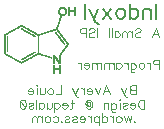
<source format=gbr>
G04 DipTrace 2.3.0.3*
%INBottomSilk.gbr*%
%MOIN*%
%ADD12C,0.001*%
%ADD43C,0.0077*%
%ADD44C,0.0046*%
%FSLAX44Y44*%
G04*
G70*
G90*
G75*
G01*
%LNBotSilk*%
%LPD*%
X6440Y11183D2*
D12*
X6470D1*
X6416Y11173D2*
X6498D1*
X6650D2*
X6680D1*
X6840D2*
X6870D1*
X6395Y11163D2*
X6520D1*
X6650D2*
X6680D1*
X6840D2*
X6870D1*
X6378Y11153D2*
X6537D1*
X6650D2*
X6680D1*
X6840D2*
X6870D1*
X6365Y11143D2*
X6412D1*
X6510D2*
X6550D1*
X6650D2*
X6680D1*
X6840D2*
X6870D1*
X6356Y11133D2*
X6397D1*
X6520D2*
X6559D1*
X6650D2*
X6680D1*
X6840D2*
X6870D1*
X6349Y11123D2*
X6384D1*
X6530D2*
X6566D1*
X6650D2*
X6680D1*
X6840D2*
X6870D1*
X6343Y11113D2*
X6376D1*
X6538D2*
X6572D1*
X6650D2*
X6680D1*
X6840D2*
X6870D1*
X6338Y11103D2*
X6369D1*
X6546D2*
X6577D1*
X6650D2*
X6680D1*
X6840D2*
X6870D1*
X6334Y11093D2*
X6365D1*
X6551D2*
X6582D1*
X6650D2*
X6680D1*
X6840D2*
X6870D1*
X6332Y11083D2*
X6362D1*
X6555D2*
X6586D1*
X6650D2*
X6680D1*
X6840D2*
X6870D1*
X6331Y11073D2*
X6360D1*
X6558D2*
X6588D1*
X6650D2*
X6680D1*
X6840D2*
X6870D1*
X6330Y11063D2*
X6359D1*
X6559D2*
X6589D1*
X6650D2*
X6870D1*
X6330Y11053D2*
X6356D1*
X6560D2*
X6590D1*
X6650D2*
X6870D1*
X6330Y11043D2*
X6354D1*
X6560D2*
X6590D1*
X6650D2*
X6870D1*
X6330Y11033D2*
X6353D1*
X6560D2*
X6590D1*
X6650D2*
X6870D1*
X6330Y11023D2*
X6355D1*
X6560D2*
X6590D1*
X6650D2*
X6680D1*
X6840D2*
X6870D1*
X6330Y11013D2*
X6357D1*
X6558D2*
X6588D1*
X6650D2*
X6680D1*
X6840D2*
X6870D1*
X6332Y11003D2*
X6360D1*
X6556D2*
X6586D1*
X6650D2*
X6680D1*
X6840D2*
X6870D1*
X6334Y10993D2*
X6364D1*
X6553D2*
X6583D1*
X6650D2*
X6680D1*
X6840D2*
X6870D1*
X6338Y10983D2*
X6368D1*
X6549D2*
X6580D1*
X6650D2*
X6680D1*
X6840D2*
X6870D1*
X6343Y10973D2*
X6375D1*
X6544D2*
X6576D1*
X6650D2*
X6680D1*
X6840D2*
X6870D1*
X6348Y10963D2*
X6383D1*
X6535D2*
X6572D1*
X6650D2*
X6680D1*
X6840D2*
X6870D1*
X6354Y10953D2*
X6394D1*
X6521D2*
X6566D1*
X6650D2*
X6680D1*
X6840D2*
X6870D1*
X6362Y10943D2*
X6422D1*
X6497D2*
X6558D1*
X6650D2*
X6680D1*
X6840D2*
X6870D1*
X6373Y10933D2*
X6462D1*
X6547D1*
X6650D2*
X6680D1*
X6840D2*
X6870D1*
X6386Y10923D2*
X6534D1*
X6650D2*
X6680D1*
X6840D2*
X6870D1*
X6403Y10913D2*
X6517D1*
X6650D2*
X6680D1*
X6840D2*
X6870D1*
X6420Y10903D2*
X6500D1*
X6650D2*
X6680D1*
X6840D2*
X6870D1*
X6390Y10863D2*
X6410D1*
X6387Y10853D2*
X6405D1*
X6383Y10843D2*
X6401D1*
X6380Y10833D2*
X6397D1*
X6376Y10823D2*
X6393D1*
X6372Y10813D2*
X6390D1*
X6368Y10803D2*
X6387D1*
X6364Y10793D2*
X6383D1*
X6360Y10783D2*
X6380D1*
X6357Y10773D2*
X6377D1*
X6354Y10763D2*
X6373D1*
X6351Y10753D2*
X6370D1*
X6349Y10743D2*
X6367D1*
X6346Y10733D2*
X6363D1*
X6343Y10723D2*
X6360D1*
X6340Y10713D2*
X6357D1*
X6337Y10703D2*
X6353D1*
X6333Y10693D2*
X6350D1*
X6330Y10683D2*
X6347D1*
X6326Y10673D2*
X6343D1*
X6322Y10663D2*
X6340D1*
X6318Y10653D2*
X6337D1*
X6314Y10643D2*
X6333D1*
X6312Y10633D2*
X6330D1*
X6309Y10623D2*
X6327D1*
X6306Y10613D2*
X6323D1*
X6303Y10603D2*
X6320D1*
X6300Y10593D2*
X6317D1*
X5090Y10583D2*
D3*
X6297D2*
X6313D1*
X5071Y10573D2*
X5100D1*
X6293D2*
X6310D1*
X5053Y10563D2*
X5121D1*
X6290D2*
X6307D1*
X5034Y10553D2*
X5080D1*
X5100D2*
X5141D1*
X6287D2*
X6304D1*
X5016Y10543D2*
X5060D1*
X5118D2*
X5159D1*
X6283D2*
X6301D1*
X4998Y10533D2*
X5040D1*
X5136D2*
X5176D1*
X6280D2*
X6299D1*
X4979Y10523D2*
X5022D1*
X5153D2*
X5194D1*
X6276D2*
X6296D1*
X4960Y10513D2*
X5004D1*
X5171D2*
X5212D1*
X6272D2*
X6292D1*
X4941Y10503D2*
X4987D1*
X5189D2*
X5230D1*
X6268D2*
X6288D1*
X4924Y10493D2*
X4970D1*
X5206D2*
X5249D1*
X6264D2*
X6284D1*
X4907Y10483D2*
X4952D1*
X5223D2*
X5266D1*
X6261D2*
X6280D1*
X4888Y10473D2*
X4934D1*
X5242D2*
X5283D1*
X6256D2*
X6277D1*
X4870Y10463D2*
X4916D1*
X5090D2*
X5110D1*
X5260D2*
X5302D1*
X6241D2*
X6275D1*
X4851Y10453D2*
X4898D1*
X5080D2*
X5128D1*
X5279D2*
X5320D1*
X6218D2*
X6277D1*
X4834Y10443D2*
X4880D1*
X5100D2*
X5146D1*
X5296D2*
X5339D1*
X6190D2*
X6283D1*
X4817Y10433D2*
X4862D1*
X5120D2*
X5163D1*
X5313D2*
X5356D1*
X6160D2*
X6238D1*
X6260D2*
X6290D1*
X4798Y10423D2*
X4844D1*
X5138D2*
X5180D1*
X5332D2*
X5373D1*
X6130D2*
X6206D1*
X6270D2*
X6296D1*
X4780Y10413D2*
X4826D1*
X5156D2*
X5198D1*
X5350D2*
X5392D1*
X6098D2*
X6173D1*
X6280D2*
X6304D1*
X4761Y10403D2*
X4808D1*
X5173D2*
X5216D1*
X5369D2*
X5410D1*
X6066D2*
X6142D1*
X6288D2*
X6311D1*
X4744Y10393D2*
X4789D1*
X5190D2*
X5234D1*
X5386D2*
X5429D1*
X6033D2*
X6110D1*
X6296D2*
X6319D1*
X4727Y10383D2*
X4771D1*
X5208D2*
X5252D1*
X5403D2*
X5446D1*
X6002D2*
X6079D1*
X6303D2*
X6326D1*
X4708Y10373D2*
X4754D1*
X5226D2*
X5270D1*
X5422D2*
X5463D1*
X5970D2*
X6046D1*
X6310D2*
X6333D1*
X4690Y10363D2*
X4737D1*
X5244D2*
X5288D1*
X5440D2*
X5482D1*
X5939D2*
X6013D1*
X6317D2*
X6341D1*
X4671Y10353D2*
X4719D1*
X5262D2*
X5306D1*
X5459D2*
X5500D1*
X5906D2*
X5982D1*
X6324D2*
X6349D1*
X4654Y10343D2*
X4701D1*
X5280D2*
X5324D1*
X5476D2*
X5519D1*
X5875D2*
X5950D1*
X6230D2*
X6240D1*
X6331D2*
X6356D1*
X4637Y10333D2*
X4684D1*
X5298D2*
X5342D1*
X5493D2*
X5536D1*
X5844D2*
X5919D1*
X6220D2*
X6245D1*
X6339D2*
X6363D1*
X4618Y10323D2*
X4667D1*
X5316D2*
X5361D1*
X5512D2*
X5553D1*
X5813D2*
X5886D1*
X6227D2*
X6251D1*
X6346D2*
X6371D1*
X4600Y10313D2*
X4648D1*
X5334D2*
X5380D1*
X5530D2*
X5572D1*
X5780D2*
X5853D1*
X6234D2*
X6257D1*
X6353D2*
X6379D1*
X4581Y10303D2*
X4629D1*
X5352D2*
X5399D1*
X5549D2*
X5592D1*
X5746D2*
X5822D1*
X6241D2*
X6264D1*
X6361D2*
X6386D1*
X4564Y10293D2*
X4610D1*
X5370D2*
X5416D1*
X5566D2*
X5618D1*
X5708D2*
X5790D1*
X6249D2*
X6272D1*
X6369D2*
X6393D1*
X4549Y10283D2*
X4592D1*
X5388D2*
X5433D1*
X5583D2*
X5652D1*
X5665D2*
X5759D1*
X6256D2*
X6280D1*
X6376D2*
X6401D1*
X4537Y10273D2*
X4575D1*
X5406D2*
X5452D1*
X5601D2*
X5727D1*
X6263D2*
X6289D1*
X6383D2*
X6409D1*
X4527Y10263D2*
X4561D1*
X5424D2*
X5470D1*
X5617D2*
X5698D1*
X6272D2*
X6296D1*
X6391D2*
X6416D1*
X4523Y10253D2*
X4549D1*
X5442D2*
X5489D1*
X5630D2*
X5676D1*
X6280D2*
X6303D1*
X6399D2*
X6423D1*
X4521Y10243D2*
X4544D1*
X5460D2*
X5506D1*
X5635D2*
X5660D1*
X6289D2*
X6311D1*
X6406D2*
X6432D1*
X4521Y10233D2*
X4542D1*
X5478D2*
X5521D1*
X5638D2*
X5655D1*
X6296D2*
X6319D1*
X6413D2*
X6440D1*
X4520Y10223D2*
X4541D1*
X5496D2*
X5536D1*
X5639D2*
X5652D1*
X6303D2*
X6326D1*
X6422D2*
X6449D1*
X4520Y10213D2*
X4540D1*
X5513D2*
X5550D1*
X5640D2*
X5651D1*
X6311D2*
X6333D1*
X6430D2*
X6456D1*
X4520Y10203D2*
X4540D1*
X4620D2*
X4630D1*
X5530D2*
X5540D1*
X5640D2*
X5650D1*
X6319D2*
X6341D1*
X6439D2*
X6463D1*
X4520Y10193D2*
X4540D1*
X4620D2*
X4630D1*
X5640D2*
X5650D1*
X6326D2*
X6349D1*
X6446D2*
X6470D1*
X4520Y10183D2*
X4540D1*
X4620D2*
X4630D1*
X5640D2*
X5650D1*
X6333D2*
X6356D1*
X6453D2*
X6477D1*
X4520Y10173D2*
X4540D1*
X4620D2*
X4630D1*
X5640D2*
X5650D1*
X6340D2*
X6363D1*
X6461D2*
X6484D1*
X4520Y10163D2*
X4540D1*
X4620D2*
X4630D1*
X5640D2*
X5650D1*
X6347D2*
X6371D1*
X6469D2*
X6491D1*
X4520Y10153D2*
X4540D1*
X4620D2*
X4630D1*
X5640D2*
X5650D1*
X6354D2*
X6379D1*
X6476D2*
X6499D1*
X4520Y10143D2*
X4540D1*
X4620D2*
X4630D1*
X5640D2*
X5650D1*
X6362D2*
X6386D1*
X6483D2*
X6506D1*
X4520Y10133D2*
X4540D1*
X4620D2*
X4630D1*
X5640D2*
X5650D1*
X6370D2*
X6393D1*
X6491D2*
X6513D1*
X4520Y10123D2*
X4540D1*
X4620D2*
X4630D1*
X5640D2*
X5650D1*
X6379D2*
X6402D1*
X6499D2*
X6522D1*
X4520Y10113D2*
X4540D1*
X4620D2*
X4630D1*
X5640D2*
X5650D1*
X6386D2*
X6410D1*
X6506D2*
X6530D1*
X4520Y10103D2*
X4540D1*
X4620D2*
X4630D1*
X5640D2*
X5650D1*
X6393D2*
X6419D1*
X6513D2*
X6539D1*
X4520Y10093D2*
X4540D1*
X4620D2*
X4630D1*
X5640D2*
X5650D1*
X6401D2*
X6426D1*
X6520D2*
X6546D1*
X4520Y10083D2*
X4540D1*
X4620D2*
X4630D1*
X5640D2*
X5650D1*
X6409D2*
X6433D1*
X6527D2*
X6553D1*
X4520Y10073D2*
X4540D1*
X4620D2*
X4630D1*
X5640D2*
X5650D1*
X6416D2*
X6440D1*
X6534D2*
X6560D1*
X4520Y10063D2*
X4540D1*
X4620D2*
X4630D1*
X5640D2*
X5650D1*
X6423D2*
X6447D1*
X6542D2*
X6567D1*
X4520Y10053D2*
X4540D1*
X4620D2*
X4630D1*
X5640D2*
X5650D1*
X6430D2*
X6454D1*
X6550D2*
X6574D1*
X4520Y10043D2*
X4540D1*
X4620D2*
X4630D1*
X5640D2*
X5650D1*
X6437D2*
X6462D1*
X6559D2*
X6581D1*
X4520Y10033D2*
X4540D1*
X4620D2*
X4630D1*
X5640D2*
X5650D1*
X6444D2*
X6470D1*
X6566D2*
X6589D1*
X4520Y10023D2*
X4540D1*
X4620D2*
X4630D1*
X5640D2*
X5650D1*
X6452D2*
X6479D1*
X6573D2*
X6596D1*
X4520Y10013D2*
X4540D1*
X4620D2*
X4630D1*
X5640D2*
X5650D1*
X6460D2*
X6486D1*
X6581D2*
X6603D1*
X4520Y10003D2*
X4540D1*
X4620D2*
X4630D1*
X5640D2*
X5650D1*
X6469D2*
X6493D1*
X6589D2*
X6612D1*
X4520Y9993D2*
X4540D1*
X4620D2*
X4630D1*
X5640D2*
X5650D1*
X6476D2*
X6500D1*
X6596D2*
X6620D1*
X4520Y9983D2*
X4540D1*
X4620D2*
X4630D1*
X5640D2*
X5650D1*
X6483D2*
X6506D1*
X6603D2*
X6629D1*
X4520Y9973D2*
X4540D1*
X4620D2*
X4630D1*
X5640D2*
X5650D1*
X6491D2*
X6511D1*
X6612D2*
X6636D1*
X4520Y9963D2*
X4540D1*
X4620D2*
X4630D1*
X5640D2*
X5650D1*
X6499D2*
X6515D1*
X6621D2*
X6641D1*
X4520Y9953D2*
X4540D1*
X4620D2*
X4630D1*
X5640D2*
X5650D1*
X6505D2*
X6513D1*
X6630D2*
X6645D1*
X4520Y9943D2*
X4540D1*
X4620D2*
X4630D1*
X5640D2*
X5650D1*
X6510D2*
D3*
X6622D2*
X6643D1*
X4520Y9933D2*
X4540D1*
X4620D2*
X4630D1*
X5640D2*
X5650D1*
X6614D2*
X6637D1*
X4520Y9923D2*
X4540D1*
X4620D2*
X4630D1*
X5640D2*
X5650D1*
X6607D2*
X6630D1*
X4520Y9913D2*
X4540D1*
X4620D2*
X4630D1*
X5640D2*
X5650D1*
X6599D2*
X6624D1*
X4520Y9903D2*
X4540D1*
X4620D2*
X4630D1*
X5640D2*
X5650D1*
X6591D2*
X6617D1*
X4520Y9893D2*
X4540D1*
X4620D2*
X4630D1*
X5640D2*
X5650D1*
X6584D2*
X6610D1*
X4520Y9883D2*
X4540D1*
X4620D2*
X4630D1*
X5640D2*
X5650D1*
X6577D2*
X6603D1*
X4520Y9873D2*
X4540D1*
X4620D2*
X4630D1*
X5640D2*
X5650D1*
X6570D2*
X6596D1*
X4520Y9863D2*
X4540D1*
X4620D2*
X4630D1*
X5640D2*
X5650D1*
X6563D2*
X6588D1*
X4520Y9853D2*
X4540D1*
X4620D2*
X4630D1*
X5640D2*
X5650D1*
X6556D2*
X6580D1*
X4520Y9843D2*
X4540D1*
X4620D2*
X4630D1*
X5640D2*
X5650D1*
X6548D2*
X6571D1*
X4520Y9833D2*
X4540D1*
X4620D2*
X4630D1*
X5640D2*
X5650D1*
X6540D2*
X6564D1*
X4520Y9823D2*
X4540D1*
X4620D2*
X4630D1*
X5640D2*
X5650D1*
X6531D2*
X6557D1*
X4520Y9813D2*
X4540D1*
X4620D2*
X4630D1*
X5640D2*
X5650D1*
X6524D2*
X6549D1*
X4520Y9803D2*
X4540D1*
X4620D2*
X4630D1*
X5640D2*
X5650D1*
X6517D2*
X6541D1*
X4520Y9793D2*
X4540D1*
X4620D2*
X4630D1*
X5640D2*
X5650D1*
X6509D2*
X6534D1*
X4520Y9783D2*
X4540D1*
X4620D2*
X4630D1*
X5640D2*
X5650D1*
X6501D2*
X6527D1*
X4520Y9773D2*
X4540D1*
X4620D2*
X4630D1*
X5640D2*
X5650D1*
X6494D2*
X6519D1*
X4520Y9763D2*
X4540D1*
X4620D2*
X4630D1*
X5640D2*
X5650D1*
X6487D2*
X6511D1*
X4520Y9753D2*
X4540D1*
X4620D2*
X4630D1*
X5640D2*
X5650D1*
X6479D2*
X6504D1*
X4520Y9743D2*
X4540D1*
X4620D2*
X4630D1*
X5640D2*
X5650D1*
X6471D2*
X6497D1*
X4520Y9733D2*
X4540D1*
X4620D2*
X4630D1*
X5640D2*
X5650D1*
X6464D2*
X6489D1*
X4520Y9723D2*
X4540D1*
X4620D2*
X4630D1*
X5640D2*
X5650D1*
X6457D2*
X6481D1*
X4520Y9713D2*
X4540D1*
X4620D2*
X4630D1*
X5640D2*
X5650D1*
X6449D2*
X6474D1*
X4520Y9703D2*
X4540D1*
X4620D2*
X4630D1*
X5640D2*
X5650D1*
X6441D2*
X6467D1*
X4520Y9693D2*
X4540D1*
X5530D2*
X5550D1*
X5640D2*
X5650D1*
X6434D2*
X6458D1*
X4520Y9683D2*
X4540D1*
X5510D2*
X5543D1*
X5640D2*
X5650D1*
X6427D2*
X6450D1*
X4520Y9673D2*
X4540D1*
X5492D2*
X5531D1*
X5640D2*
X5651D1*
X6418D2*
X6441D1*
X4520Y9663D2*
X4541D1*
X5474D2*
X5516D1*
X5638D2*
X5653D1*
X6410D2*
X6434D1*
X4520Y9653D2*
X4543D1*
X5457D2*
X5499D1*
X5632D2*
X5662D1*
X6402D2*
X6427D1*
X4522Y9643D2*
X4552D1*
X5438D2*
X5481D1*
X5623D2*
X5681D1*
X6396D2*
X6420D1*
X4527Y9633D2*
X4565D1*
X5420D2*
X5464D1*
X5610D2*
X5707D1*
X6392D2*
X6415D1*
X4539Y9623D2*
X4581D1*
X5401D2*
X5447D1*
X5595D2*
X5640D1*
X5660D2*
X5736D1*
X6390D2*
X6410D1*
X4554Y9613D2*
X4598D1*
X5384D2*
X5429D1*
X5578D2*
X5620D1*
X5692D2*
X5767D1*
X4571Y9603D2*
X4616D1*
X5367D2*
X5411D1*
X5561D2*
X5602D1*
X5724D2*
X5799D1*
X4589Y9593D2*
X4634D1*
X5348D2*
X5394D1*
X5544D2*
X5584D1*
X5757D2*
X5830D1*
X4606Y9583D2*
X4652D1*
X5330D2*
X5377D1*
X5526D2*
X5567D1*
X5790D2*
X5861D1*
X6150D2*
X6190D1*
X6340D2*
X6370D1*
X4623Y9573D2*
X4670D1*
X5311D2*
X5358D1*
X5508D2*
X5550D1*
X5822D2*
X5893D1*
X6150D2*
X6195D1*
X6340D2*
X6370D1*
X4642Y9563D2*
X4686D1*
X5294D2*
X5339D1*
X5490D2*
X5532D1*
X5854D2*
X5924D1*
X6150D2*
X6201D1*
X6340D2*
X6370D1*
X4660Y9553D2*
X4704D1*
X5277D2*
X5320D1*
X5471D2*
X5514D1*
X5886D2*
X5956D1*
X6150D2*
X6207D1*
X6340D2*
X6370D1*
X4679Y9543D2*
X4722D1*
X5258D2*
X5302D1*
X5454D2*
X5496D1*
X5918D2*
X5988D1*
X6150D2*
X6213D1*
X6340D2*
X6370D1*
X4696Y9533D2*
X4740D1*
X5240D2*
X5284D1*
X5437D2*
X5478D1*
X5949D2*
X6019D1*
X6150D2*
X6220D1*
X6340D2*
X6370D1*
X4713Y9523D2*
X4759D1*
X5221D2*
X5267D1*
X5418D2*
X5460D1*
X5981D2*
X6048D1*
X6150D2*
X6227D1*
X6340D2*
X6370D1*
X4732Y9513D2*
X4776D1*
X5204D2*
X5249D1*
X5399D2*
X5442D1*
X6014D2*
X6071D1*
X6150D2*
X6180D1*
X6202D2*
X6233D1*
X6340D2*
X6370D1*
X4750Y9503D2*
X4793D1*
X5187D2*
X5231D1*
X5380D2*
X5424D1*
X6047D2*
X6090D1*
X6150D2*
X6180D1*
X6206D2*
X6240D1*
X6340D2*
X6370D1*
X4769Y9493D2*
X4812D1*
X5168D2*
X5214D1*
X5362D2*
X5406D1*
X6080D2*
D3*
X6150D2*
X6180D1*
X6211D2*
X6247D1*
X6340D2*
X6370D1*
X4786Y9483D2*
X4830D1*
X5149D2*
X5197D1*
X5344D2*
X5388D1*
X6150D2*
X6180D1*
X6217D2*
X6254D1*
X6340D2*
X6370D1*
X4803Y9473D2*
X4849D1*
X5131D2*
X5178D1*
X5327D2*
X5369D1*
X6150D2*
X6180D1*
X6224D2*
X6261D1*
X6340D2*
X6370D1*
X4822Y9463D2*
X4867D1*
X5114D2*
X5159D1*
X5309D2*
X5350D1*
X6150D2*
X6180D1*
X6231D2*
X6269D1*
X6340D2*
X6370D1*
X4840Y9453D2*
X4886D1*
X5100D2*
X5140D1*
X5291D2*
X5331D1*
X6150D2*
X6180D1*
X6239D2*
X6276D1*
X6340D2*
X6370D1*
X4859Y9443D2*
X4904D1*
X5095D2*
X5120D1*
X5274D2*
X5314D1*
X6150D2*
X6180D1*
X6246D2*
X6283D1*
X6340D2*
X6370D1*
X4876Y9433D2*
X4922D1*
X5090D2*
X5100D1*
X5257D2*
X5297D1*
X6150D2*
X6180D1*
X6253D2*
X6290D1*
X6340D2*
X6370D1*
X4893Y9423D2*
X4940D1*
X5238D2*
X5280D1*
X6150D2*
X6180D1*
X6260D2*
X6297D1*
X6340D2*
X6370D1*
X4912Y9413D2*
X4956D1*
X5219D2*
X5262D1*
X6150D2*
X6180D1*
X6267D2*
X6303D1*
X6340D2*
X6370D1*
X4930Y9403D2*
X4974D1*
X5200D2*
X5244D1*
X6150D2*
X6180D1*
X6273D2*
X6310D1*
X6340D2*
X6370D1*
X4949Y9393D2*
X4992D1*
X5182D2*
X5226D1*
X6150D2*
X6180D1*
X6280D2*
X6317D1*
X6338D2*
X6370D1*
X4966Y9383D2*
X5010D1*
X5164D2*
X5208D1*
X6150D2*
X6180D1*
X6287D2*
X6323D1*
X6335D2*
X6370D1*
X4983Y9373D2*
X5030D1*
X5145D2*
X5189D1*
X6150D2*
X6180D1*
X6293D2*
X6370D1*
X5002Y9363D2*
X5052D1*
X5122D2*
X5170D1*
X6150D2*
X6180D1*
X6300D2*
X6370D1*
X5020Y9353D2*
X5079D1*
X5093D2*
X5151D1*
X6150D2*
X6180D1*
X6307D2*
X6370D1*
X5038Y9343D2*
X5134D1*
X6150D2*
X6180D1*
X6314D2*
X6370D1*
X5055Y9333D2*
X5117D1*
X6150D2*
X6180D1*
X6322D2*
X6370D1*
X5070Y9323D2*
X5100D1*
X6150D2*
X6180D1*
X6331D2*
X6370D1*
X6150Y9313D2*
X6180D1*
X6340D2*
X6370D1*
X6150Y9253D2*
X6180D1*
X6340D2*
X6370D1*
X6150Y9243D2*
X6180D1*
X6340D2*
X6370D1*
X6150Y9233D2*
X6180D1*
X6340D2*
X6370D1*
X6150Y9223D2*
X6180D1*
X6340D2*
X6370D1*
X6150Y9213D2*
X6180D1*
X6340D2*
X6370D1*
X6150Y9203D2*
X6180D1*
X6340D2*
X6370D1*
X6150Y9193D2*
X6180D1*
X6340D2*
X6370D1*
X6150Y9183D2*
X6180D1*
X6340D2*
X6370D1*
X6150Y9173D2*
X6180D1*
X6340D2*
X6370D1*
X6150Y9163D2*
X6180D1*
X6340D2*
X6370D1*
X6150Y9153D2*
X6180D1*
X6340D2*
X6370D1*
X6150Y9143D2*
X6370D1*
X6150Y9133D2*
X6370D1*
X6150Y9123D2*
X6370D1*
X6150Y9113D2*
X6370D1*
X6150Y9103D2*
X6180D1*
X6340D2*
X6370D1*
X6150Y9093D2*
X6180D1*
X6340D2*
X6370D1*
X6150Y9083D2*
X6180D1*
X6340D2*
X6370D1*
X6150Y9073D2*
X6180D1*
X6340D2*
X6370D1*
X6150Y9063D2*
X6180D1*
X6340D2*
X6370D1*
X6150Y9053D2*
X6180D1*
X6340D2*
X6370D1*
X6150Y9043D2*
X6180D1*
X6340D2*
X6370D1*
X6150Y9033D2*
X6180D1*
X6340D2*
X6370D1*
X6150Y9023D2*
X6180D1*
X6340D2*
X6370D1*
X6150Y9013D2*
X6180D1*
X6340D2*
X6370D1*
X6150Y9003D2*
X6180D1*
X6340D2*
X6370D1*
X6150Y8993D2*
X6180D1*
X6340D2*
X6370D1*
X6150Y8983D2*
X6180D1*
X6340D2*
X6370D1*
X6440Y11183D2*
X6416Y11173D1*
X6395Y11163D1*
X6378Y11153D1*
X6365Y11143D1*
X6356Y11133D1*
X6349Y11123D1*
X6343Y11113D1*
X6338Y11103D1*
X6334Y11093D1*
X6332Y11083D1*
X6331Y11073D1*
X6330Y11063D1*
Y11053D1*
Y11043D1*
Y11033D1*
Y11023D1*
Y11013D1*
X6332Y11003D1*
X6334Y10993D1*
X6338Y10983D1*
X6343Y10973D1*
X6348Y10963D1*
X6354Y10953D1*
X6362Y10943D1*
X6373Y10933D1*
X6386Y10923D1*
X6403Y10913D1*
X6420Y10903D1*
X6470Y11183D2*
X6498Y11173D1*
X6520Y11163D1*
X6537Y11153D1*
X6550Y11143D1*
X6559Y11133D1*
X6566Y11123D1*
X6572Y11113D1*
X6577Y11103D1*
X6582Y11093D1*
X6586Y11083D1*
X6588Y11073D1*
X6589Y11063D1*
X6590Y11053D1*
Y11043D1*
Y11033D1*
Y11023D1*
X6588Y11013D1*
X6586Y11003D1*
X6583Y10993D1*
X6580Y10983D1*
X6576Y10973D1*
X6572Y10963D1*
X6566Y10953D1*
X6558Y10943D1*
X6547Y10933D1*
X6534Y10923D1*
X6517Y10913D1*
X6500Y10903D1*
X6650Y11173D2*
Y11163D1*
Y11153D1*
Y11143D1*
Y11133D1*
Y11123D1*
Y11113D1*
Y11103D1*
Y11093D1*
Y11083D1*
Y11073D1*
Y11063D1*
Y11053D1*
Y11043D1*
Y11033D1*
Y11023D1*
Y11013D1*
Y11003D1*
Y10993D1*
Y10983D1*
Y10973D1*
Y10963D1*
Y10953D1*
Y10943D1*
Y10933D1*
Y10923D1*
Y10913D1*
Y10903D1*
X6680Y11173D2*
Y11163D1*
Y11153D1*
Y11143D1*
Y11133D1*
Y11123D1*
Y11113D1*
Y11103D1*
Y11093D1*
Y11083D1*
Y11073D1*
Y11063D1*
X6840Y11173D2*
Y11163D1*
Y11153D1*
Y11143D1*
Y11133D1*
Y11123D1*
Y11113D1*
Y11103D1*
Y11093D1*
Y11083D1*
Y11073D1*
Y11063D1*
X6870Y11173D2*
Y11163D1*
Y11153D1*
Y11143D1*
Y11133D1*
Y11123D1*
Y11113D1*
Y11103D1*
Y11093D1*
Y11083D1*
Y11073D1*
Y11063D1*
Y11053D1*
Y11043D1*
Y11033D1*
Y11023D1*
Y11013D1*
Y11003D1*
Y10993D1*
Y10983D1*
Y10973D1*
Y10963D1*
Y10953D1*
Y10943D1*
Y10933D1*
Y10923D1*
Y10913D1*
Y10903D1*
X6430Y11153D2*
X6412Y11143D1*
X6397Y11133D1*
X6384Y11123D1*
X6376Y11113D1*
X6369Y11103D1*
X6365Y11093D1*
X6362Y11083D1*
X6360Y11073D1*
X6359Y11063D1*
X6356Y11053D1*
X6354Y11043D1*
X6353Y11033D1*
X6355Y11023D1*
X6357Y11013D1*
X6360Y11003D1*
X6364Y10993D1*
X6368Y10983D1*
X6375Y10973D1*
X6383Y10963D1*
X6394Y10953D1*
X6422Y10943D1*
X6462Y10933D1*
X6510Y10923D1*
X6500Y11153D2*
X6510Y11143D1*
X6520Y11133D1*
X6530Y11123D1*
X6538Y11113D1*
X6546Y11103D1*
X6551Y11093D1*
X6555Y11083D1*
X6558Y11073D1*
X6559Y11063D1*
X6560Y11053D1*
Y11043D1*
Y11033D1*
Y11023D1*
X6558Y11013D1*
X6556Y11003D1*
X6553Y10993D1*
X6549Y10983D1*
X6544Y10973D1*
X6535Y10963D1*
X6521Y10953D1*
X6497Y10943D1*
X6462Y10933D1*
X6420Y10923D1*
X6680Y11033D2*
Y11023D1*
Y11013D1*
Y11003D1*
Y10993D1*
Y10983D1*
Y10973D1*
Y10963D1*
Y10953D1*
Y10943D1*
Y10933D1*
Y10923D1*
Y10913D1*
Y10903D1*
X6840Y11033D2*
Y11023D1*
Y11013D1*
Y11003D1*
Y10993D1*
Y10983D1*
Y10973D1*
Y10963D1*
Y10953D1*
Y10943D1*
Y10933D1*
Y10923D1*
Y10913D1*
Y10903D1*
X6390Y10863D2*
X6387Y10853D1*
X6383Y10843D1*
X6380Y10833D1*
X6376Y10823D1*
X6372Y10813D1*
X6368Y10803D1*
X6364Y10793D1*
X6360Y10783D1*
X6357Y10773D1*
X6354Y10763D1*
X6351Y10753D1*
X6349Y10743D1*
X6346Y10733D1*
X6343Y10723D1*
X6340Y10713D1*
X6337Y10703D1*
X6333Y10693D1*
X6330Y10683D1*
X6326Y10673D1*
X6322Y10663D1*
X6318Y10653D1*
X6314Y10643D1*
X6312Y10633D1*
X6309Y10623D1*
X6306Y10613D1*
X6303Y10603D1*
X6300Y10593D1*
X6297Y10583D1*
X6293Y10573D1*
X6290Y10563D1*
X6287Y10553D1*
X6283Y10543D1*
X6280Y10533D1*
X6276Y10523D1*
X6272Y10513D1*
X6268Y10503D1*
X6264Y10493D1*
X6261Y10483D1*
X6256Y10473D1*
X6241Y10463D1*
X6218Y10453D1*
X6190Y10443D1*
X6160Y10433D1*
X6130Y10423D1*
X6098Y10413D1*
X6066Y10403D1*
X6033Y10393D1*
X6002Y10383D1*
X5970Y10373D1*
X5939Y10363D1*
X5906Y10353D1*
X5875Y10343D1*
X5844Y10333D1*
X5813Y10323D1*
X5780Y10313D1*
X5746Y10303D1*
X5708Y10293D1*
X5665Y10283D1*
X5620Y10273D1*
X6410Y10863D2*
X6405Y10853D1*
X6401Y10843D1*
X6397Y10833D1*
X6393Y10823D1*
X6390Y10813D1*
X6387Y10803D1*
X6383Y10793D1*
X6380Y10783D1*
X6377Y10773D1*
X6373Y10763D1*
X6370Y10753D1*
X6367Y10743D1*
X6363Y10733D1*
X6360Y10723D1*
X6357Y10713D1*
X6353Y10703D1*
X6350Y10693D1*
X6347Y10683D1*
X6343Y10673D1*
X6340Y10663D1*
X6337Y10653D1*
X6333Y10643D1*
X6330Y10633D1*
X6327Y10623D1*
X6323Y10613D1*
X6320Y10603D1*
X6317Y10593D1*
X6313Y10583D1*
X6310Y10573D1*
X6307Y10563D1*
X6304Y10553D1*
X6301Y10543D1*
X6299Y10533D1*
X6296Y10523D1*
X6292Y10513D1*
X6288Y10503D1*
X6284Y10493D1*
X6280Y10483D1*
X6277Y10473D1*
X6275Y10463D1*
X6277Y10453D1*
X6283Y10443D1*
X6290Y10433D1*
X6296Y10423D1*
X6304Y10413D1*
X6311Y10403D1*
X6319Y10393D1*
X6326Y10383D1*
X6333Y10373D1*
X6341Y10363D1*
X6349Y10353D1*
X6356Y10343D1*
X6363Y10333D1*
X6371Y10323D1*
X6379Y10313D1*
X6386Y10303D1*
X6393Y10293D1*
X6401Y10283D1*
X6409Y10273D1*
X6416Y10263D1*
X6423Y10253D1*
X6432Y10243D1*
X6440Y10233D1*
X6449Y10223D1*
X6456Y10213D1*
X6463Y10203D1*
X6470Y10193D1*
X6477Y10183D1*
X6484Y10173D1*
X6491Y10163D1*
X6499Y10153D1*
X6506Y10143D1*
X6513Y10133D1*
X6522Y10123D1*
X6530Y10113D1*
X6539Y10103D1*
X6546Y10093D1*
X6553Y10083D1*
X6560Y10073D1*
X6567Y10063D1*
X6574Y10053D1*
X6581Y10043D1*
X6589Y10033D1*
X6596Y10023D1*
X6603Y10013D1*
X6612Y10003D1*
X6620Y9993D1*
X6629Y9983D1*
X6636Y9973D1*
X6641Y9963D1*
X6645Y9953D1*
X6643Y9943D1*
X6637Y9933D1*
X6630Y9923D1*
X6624Y9913D1*
X6617Y9903D1*
X6610Y9893D1*
X6603Y9883D1*
X6596Y9873D1*
X6588Y9863D1*
X6580Y9853D1*
X6571Y9843D1*
X6564Y9833D1*
X6557Y9823D1*
X6549Y9813D1*
X6541Y9803D1*
X6534Y9793D1*
X6527Y9783D1*
X6519Y9773D1*
X6511Y9763D1*
X6504Y9753D1*
X6497Y9743D1*
X6489Y9733D1*
X6481Y9723D1*
X6474Y9713D1*
X6467Y9703D1*
X6458Y9693D1*
X6450Y9683D1*
X6441Y9673D1*
X6434Y9663D1*
X6427Y9653D1*
X6420Y9643D1*
X6415Y9633D1*
X6410Y9623D1*
X5090Y10583D2*
X5071Y10573D1*
X5053Y10563D1*
X5034Y10553D1*
X5016Y10543D1*
X4998Y10533D1*
X4979Y10523D1*
X4960Y10513D1*
X4941Y10503D1*
X4924Y10493D1*
X4907Y10483D1*
X4888Y10473D1*
X4870Y10463D1*
X4851Y10453D1*
X4834Y10443D1*
X4817Y10433D1*
X4798Y10423D1*
X4780Y10413D1*
X4761Y10403D1*
X4744Y10393D1*
X4727Y10383D1*
X4708Y10373D1*
X4690Y10363D1*
X4671Y10353D1*
X4654Y10343D1*
X4637Y10333D1*
X4618Y10323D1*
X4600Y10313D1*
X4581Y10303D1*
X4564Y10293D1*
X4549Y10283D1*
X4537Y10273D1*
X4527Y10263D1*
X4523Y10253D1*
X4521Y10243D1*
Y10233D1*
X4520Y10223D1*
Y10213D1*
Y10203D1*
Y10193D1*
Y10183D1*
Y10173D1*
Y10163D1*
Y10153D1*
Y10143D1*
Y10133D1*
Y10123D1*
Y10113D1*
Y10103D1*
Y10093D1*
Y10083D1*
Y10073D1*
Y10063D1*
Y10053D1*
Y10043D1*
Y10033D1*
Y10023D1*
Y10013D1*
Y10003D1*
Y9993D1*
Y9983D1*
Y9973D1*
Y9963D1*
Y9953D1*
Y9943D1*
Y9933D1*
Y9923D1*
Y9913D1*
Y9903D1*
Y9893D1*
Y9883D1*
Y9873D1*
Y9863D1*
Y9853D1*
Y9843D1*
Y9833D1*
Y9823D1*
Y9813D1*
Y9803D1*
Y9793D1*
Y9783D1*
Y9773D1*
Y9763D1*
Y9753D1*
Y9743D1*
Y9733D1*
Y9723D1*
Y9713D1*
Y9703D1*
Y9693D1*
Y9683D1*
Y9673D1*
Y9663D1*
Y9653D1*
X4522Y9643D1*
X4527Y9633D1*
X4539Y9623D1*
X4554Y9613D1*
X4571Y9603D1*
X4589Y9593D1*
X4606Y9583D1*
X4623Y9573D1*
X4642Y9563D1*
X4660Y9553D1*
X4679Y9543D1*
X4696Y9533D1*
X4713Y9523D1*
X4732Y9513D1*
X4750Y9503D1*
X4769Y9493D1*
X4786Y9483D1*
X4803Y9473D1*
X4822Y9463D1*
X4840Y9453D1*
X4859Y9443D1*
X4876Y9433D1*
X4893Y9423D1*
X4912Y9413D1*
X4930Y9403D1*
X4949Y9393D1*
X4966Y9383D1*
X4983Y9373D1*
X5002Y9363D1*
X5020Y9353D1*
X5038Y9343D1*
X5055Y9333D1*
X5070Y9323D1*
X5100Y10573D2*
X5121Y10563D1*
X5141Y10553D1*
X5159Y10543D1*
X5176Y10533D1*
X5194Y10523D1*
X5212Y10513D1*
X5230Y10503D1*
X5249Y10493D1*
X5266Y10483D1*
X5283Y10473D1*
X5302Y10463D1*
X5320Y10453D1*
X5339Y10443D1*
X5356Y10433D1*
X5373Y10423D1*
X5392Y10413D1*
X5410Y10403D1*
X5429Y10393D1*
X5446Y10383D1*
X5463Y10373D1*
X5482Y10363D1*
X5500Y10353D1*
X5519Y10343D1*
X5536Y10333D1*
X5553Y10323D1*
X5572Y10313D1*
X5592Y10303D1*
X5618Y10293D1*
X5652Y10283D1*
X5690Y10273D1*
X5100Y10563D2*
X5080Y10553D1*
X5060Y10543D1*
X5040Y10533D1*
X5022Y10523D1*
X5004Y10513D1*
X4987Y10503D1*
X4970Y10493D1*
X4952Y10483D1*
X4934Y10473D1*
X4916Y10463D1*
X4898Y10453D1*
X4880Y10443D1*
X4862Y10433D1*
X4844Y10423D1*
X4826Y10413D1*
X4808Y10403D1*
X4789Y10393D1*
X4771Y10383D1*
X4754Y10373D1*
X4737Y10363D1*
X4719Y10353D1*
X4701Y10343D1*
X4684Y10333D1*
X4667Y10323D1*
X4648Y10313D1*
X4629Y10303D1*
X4610Y10293D1*
X4592Y10283D1*
X4575Y10273D1*
X4561Y10263D1*
X4549Y10253D1*
X4544Y10243D1*
X4542Y10233D1*
X4541Y10223D1*
X4540Y10213D1*
Y10203D1*
Y10193D1*
Y10183D1*
Y10173D1*
Y10163D1*
Y10153D1*
Y10143D1*
Y10133D1*
Y10123D1*
Y10113D1*
Y10103D1*
Y10093D1*
Y10083D1*
Y10073D1*
Y10063D1*
Y10053D1*
Y10043D1*
Y10033D1*
Y10023D1*
Y10013D1*
Y10003D1*
Y9993D1*
Y9983D1*
Y9973D1*
Y9963D1*
Y9953D1*
Y9943D1*
Y9933D1*
Y9923D1*
Y9913D1*
Y9903D1*
Y9893D1*
Y9883D1*
Y9873D1*
Y9863D1*
Y9853D1*
Y9843D1*
Y9833D1*
Y9823D1*
Y9813D1*
Y9803D1*
Y9793D1*
Y9783D1*
Y9773D1*
Y9763D1*
Y9753D1*
Y9743D1*
Y9733D1*
Y9723D1*
Y9713D1*
Y9703D1*
Y9693D1*
Y9683D1*
Y9673D1*
X4541Y9663D1*
X4543Y9653D1*
X4552Y9643D1*
X4565Y9633D1*
X4581Y9623D1*
X4598Y9613D1*
X4616Y9603D1*
X4634Y9593D1*
X4652Y9583D1*
X4670Y9573D1*
X4686Y9563D1*
X4704Y9553D1*
X4722Y9543D1*
X4740Y9533D1*
X4759Y9523D1*
X4776Y9513D1*
X4793Y9503D1*
X4812Y9493D1*
X4830Y9483D1*
X4849Y9473D1*
X4867Y9463D1*
X4886Y9453D1*
X4904Y9443D1*
X4922Y9433D1*
X4940Y9423D1*
X4956Y9413D1*
X4974Y9403D1*
X4992Y9393D1*
X5010Y9383D1*
X5030Y9373D1*
X5052Y9363D1*
X5079Y9353D1*
X5110Y9343D1*
X5080Y10563D2*
X5100Y10553D1*
X5118Y10543D1*
X5136Y10533D1*
X5153Y10523D1*
X5171Y10513D1*
X5189Y10503D1*
X5206Y10493D1*
X5223Y10483D1*
X5242Y10473D1*
X5260Y10463D1*
X5279Y10453D1*
X5296Y10443D1*
X5313Y10433D1*
X5332Y10423D1*
X5350Y10413D1*
X5369Y10403D1*
X5386Y10393D1*
X5403Y10383D1*
X5422Y10373D1*
X5440Y10363D1*
X5459Y10353D1*
X5476Y10343D1*
X5493Y10333D1*
X5512Y10323D1*
X5530Y10313D1*
X5549Y10303D1*
X5566Y10293D1*
X5583Y10283D1*
X5601Y10273D1*
X5617Y10263D1*
X5630Y10253D1*
X5635Y10243D1*
X5638Y10233D1*
X5639Y10223D1*
X5640Y10213D1*
Y10203D1*
Y10193D1*
Y10183D1*
Y10173D1*
Y10163D1*
Y10153D1*
Y10143D1*
Y10133D1*
Y10123D1*
Y10113D1*
Y10103D1*
Y10093D1*
Y10083D1*
Y10073D1*
Y10063D1*
Y10053D1*
Y10043D1*
Y10033D1*
Y10023D1*
Y10013D1*
Y10003D1*
Y9993D1*
Y9983D1*
Y9973D1*
Y9963D1*
Y9953D1*
Y9943D1*
Y9933D1*
Y9923D1*
Y9913D1*
Y9903D1*
Y9893D1*
Y9883D1*
Y9873D1*
Y9863D1*
Y9853D1*
Y9843D1*
Y9833D1*
Y9823D1*
Y9813D1*
Y9803D1*
Y9793D1*
Y9783D1*
Y9773D1*
Y9763D1*
Y9753D1*
Y9743D1*
Y9733D1*
Y9723D1*
Y9713D1*
Y9703D1*
Y9693D1*
Y9683D1*
Y9673D1*
X5638Y9663D1*
X5632Y9653D1*
X5623Y9643D1*
X5610Y9633D1*
X5595Y9623D1*
X5578Y9613D1*
X5561Y9603D1*
X5544Y9593D1*
X5526Y9583D1*
X5508Y9573D1*
X5490Y9563D1*
X5471Y9553D1*
X5454Y9543D1*
X5437Y9533D1*
X5418Y9523D1*
X5399Y9513D1*
X5380Y9503D1*
X5362Y9493D1*
X5344Y9483D1*
X5327Y9473D1*
X5309Y9463D1*
X5291Y9453D1*
X5274Y9443D1*
X5257Y9433D1*
X5238Y9423D1*
X5219Y9413D1*
X5200Y9403D1*
X5182Y9393D1*
X5164Y9383D1*
X5145Y9373D1*
X5122Y9363D1*
X5093Y9353D1*
X5060Y9343D1*
X5090Y10463D2*
X5080Y10453D1*
X5100Y10443D1*
X5120Y10433D1*
X5138Y10423D1*
X5156Y10413D1*
X5173Y10403D1*
X5190Y10393D1*
X5208Y10383D1*
X5226Y10373D1*
X5244Y10363D1*
X5262Y10353D1*
X5280Y10343D1*
X5298Y10333D1*
X5316Y10323D1*
X5334Y10313D1*
X5352Y10303D1*
X5370Y10293D1*
X5388Y10283D1*
X5406Y10273D1*
X5424Y10263D1*
X5442Y10253D1*
X5460Y10243D1*
X5478Y10233D1*
X5496Y10223D1*
X5513Y10213D1*
X5530Y10203D1*
X5110Y10463D2*
X5128Y10453D1*
X5146Y10443D1*
X5163Y10433D1*
X5180Y10423D1*
X5198Y10413D1*
X5216Y10403D1*
X5234Y10393D1*
X5252Y10383D1*
X5270Y10373D1*
X5288Y10363D1*
X5306Y10353D1*
X5324Y10343D1*
X5342Y10333D1*
X5361Y10323D1*
X5380Y10313D1*
X5399Y10303D1*
X5416Y10293D1*
X5433Y10283D1*
X5452Y10273D1*
X5470Y10263D1*
X5489Y10253D1*
X5506Y10243D1*
X5521Y10233D1*
X5536Y10223D1*
X5550Y10213D1*
X5540Y10203D1*
X6270Y10443D2*
X6238Y10433D1*
X6206Y10423D1*
X6173Y10413D1*
X6142Y10403D1*
X6110Y10393D1*
X6079Y10383D1*
X6046Y10373D1*
X6013Y10363D1*
X5982Y10353D1*
X5950Y10343D1*
X5919Y10333D1*
X5886Y10323D1*
X5853Y10313D1*
X5822Y10303D1*
X5790Y10293D1*
X5759Y10283D1*
X5727Y10273D1*
X5698Y10263D1*
X5676Y10253D1*
X5660Y10243D1*
X5655Y10233D1*
X5652Y10223D1*
X5651Y10213D1*
X5650Y10203D1*
Y10193D1*
Y10183D1*
Y10173D1*
Y10163D1*
Y10153D1*
Y10143D1*
Y10133D1*
Y10123D1*
Y10113D1*
Y10103D1*
Y10093D1*
Y10083D1*
Y10073D1*
Y10063D1*
Y10053D1*
Y10043D1*
Y10033D1*
Y10023D1*
Y10013D1*
Y10003D1*
Y9993D1*
Y9983D1*
Y9973D1*
Y9963D1*
Y9953D1*
Y9943D1*
Y9933D1*
Y9923D1*
Y9913D1*
Y9903D1*
Y9893D1*
Y9883D1*
Y9873D1*
Y9863D1*
Y9853D1*
Y9843D1*
Y9833D1*
Y9823D1*
Y9813D1*
Y9803D1*
Y9793D1*
Y9783D1*
Y9773D1*
Y9763D1*
Y9753D1*
Y9743D1*
Y9733D1*
Y9723D1*
Y9713D1*
Y9703D1*
Y9693D1*
Y9683D1*
X5651Y9673D1*
X5653Y9663D1*
X5662Y9653D1*
X5681Y9643D1*
X5707Y9633D1*
X5736Y9623D1*
X5767Y9613D1*
X5799Y9603D1*
X5830Y9593D1*
X5861Y9583D1*
X5893Y9573D1*
X5924Y9563D1*
X5956Y9553D1*
X5988Y9543D1*
X6019Y9533D1*
X6048Y9523D1*
X6071Y9513D1*
X6090Y9503D1*
X6080Y9493D1*
X6250Y10443D2*
X6260Y10433D1*
X6270Y10423D1*
X6280Y10413D1*
X6288Y10403D1*
X6296Y10393D1*
X6303Y10383D1*
X6310Y10373D1*
X6317Y10363D1*
X6324Y10353D1*
X6331Y10343D1*
X6339Y10333D1*
X6346Y10323D1*
X6353Y10313D1*
X6361Y10303D1*
X6369Y10293D1*
X6376Y10283D1*
X6383Y10273D1*
X6391Y10263D1*
X6399Y10253D1*
X6406Y10243D1*
X6413Y10233D1*
X6422Y10223D1*
X6430Y10213D1*
X6439Y10203D1*
X6446Y10193D1*
X6453Y10183D1*
X6461Y10173D1*
X6469Y10163D1*
X6476Y10153D1*
X6483Y10143D1*
X6491Y10133D1*
X6499Y10123D1*
X6506Y10113D1*
X6513Y10103D1*
X6520Y10093D1*
X6527Y10083D1*
X6534Y10073D1*
X6542Y10063D1*
X6550Y10053D1*
X6559Y10043D1*
X6566Y10033D1*
X6573Y10023D1*
X6581Y10013D1*
X6589Y10003D1*
X6596Y9993D1*
X6603Y9983D1*
X6612Y9973D1*
X6621Y9963D1*
X6630Y9953D1*
X6622Y9943D1*
X6614Y9933D1*
X6607Y9923D1*
X6599Y9913D1*
X6591Y9903D1*
X6584Y9893D1*
X6577Y9883D1*
X6570Y9873D1*
X6563Y9863D1*
X6556Y9853D1*
X6548Y9843D1*
X6540Y9833D1*
X6531Y9823D1*
X6524Y9813D1*
X6517Y9803D1*
X6509Y9793D1*
X6501Y9783D1*
X6494Y9773D1*
X6487Y9763D1*
X6479Y9753D1*
X6471Y9743D1*
X6464Y9733D1*
X6457Y9723D1*
X6449Y9713D1*
X6441Y9703D1*
X6434Y9693D1*
X6427Y9683D1*
X6418Y9673D1*
X6410Y9663D1*
X6402Y9653D1*
X6396Y9643D1*
X6392Y9633D1*
X6390Y9623D1*
X6230Y10343D2*
X6220Y10333D1*
X6227Y10323D1*
X6234Y10313D1*
X6241Y10303D1*
X6249Y10293D1*
X6256Y10283D1*
X6263Y10273D1*
X6272Y10263D1*
X6280Y10253D1*
X6289Y10243D1*
X6296Y10233D1*
X6303Y10223D1*
X6311Y10213D1*
X6319Y10203D1*
X6326Y10193D1*
X6333Y10183D1*
X6340Y10173D1*
X6347Y10163D1*
X6354Y10153D1*
X6362Y10143D1*
X6370Y10133D1*
X6379Y10123D1*
X6386Y10113D1*
X6393Y10103D1*
X6401Y10093D1*
X6409Y10083D1*
X6416Y10073D1*
X6423Y10063D1*
X6430Y10053D1*
X6437Y10043D1*
X6444Y10033D1*
X6452Y10023D1*
X6460Y10013D1*
X6469Y10003D1*
X6476Y9993D1*
X6483Y9983D1*
X6491Y9973D1*
X6499Y9963D1*
X6505Y9953D1*
X6510Y9943D1*
X6240Y10343D2*
X6245Y10333D1*
X6251Y10323D1*
X6257Y10313D1*
X6264Y10303D1*
X6272Y10293D1*
X6280Y10283D1*
X6289Y10273D1*
X6296Y10263D1*
X6303Y10253D1*
X6311Y10243D1*
X6319Y10233D1*
X6326Y10223D1*
X6333Y10213D1*
X6341Y10203D1*
X6349Y10193D1*
X6356Y10183D1*
X6363Y10173D1*
X6371Y10163D1*
X6379Y10153D1*
X6386Y10143D1*
X6393Y10133D1*
X6402Y10123D1*
X6410Y10113D1*
X6419Y10103D1*
X6426Y10093D1*
X6433Y10083D1*
X6440Y10073D1*
X6447Y10063D1*
X6454Y10053D1*
X6462Y10043D1*
X6470Y10033D1*
X6479Y10023D1*
X6486Y10013D1*
X6493Y10003D1*
X6500Y9993D1*
X6506Y9983D1*
X6511Y9973D1*
X6515Y9963D1*
X6513Y9953D1*
X6510Y9943D1*
X4620Y10203D2*
Y10193D1*
Y10183D1*
Y10173D1*
Y10163D1*
Y10153D1*
Y10143D1*
Y10133D1*
Y10123D1*
Y10113D1*
Y10103D1*
Y10093D1*
Y10083D1*
Y10073D1*
Y10063D1*
Y10053D1*
Y10043D1*
Y10033D1*
Y10023D1*
Y10013D1*
Y10003D1*
Y9993D1*
Y9983D1*
Y9973D1*
Y9963D1*
Y9953D1*
Y9943D1*
Y9933D1*
Y9923D1*
Y9913D1*
Y9903D1*
Y9893D1*
Y9883D1*
Y9873D1*
Y9863D1*
Y9853D1*
Y9843D1*
Y9833D1*
Y9823D1*
Y9813D1*
Y9803D1*
Y9793D1*
Y9783D1*
Y9773D1*
Y9763D1*
Y9753D1*
Y9743D1*
Y9733D1*
Y9723D1*
Y9713D1*
Y9703D1*
X4630Y10203D2*
Y10193D1*
Y10183D1*
Y10173D1*
Y10163D1*
Y10153D1*
Y10143D1*
Y10133D1*
Y10123D1*
Y10113D1*
Y10103D1*
Y10093D1*
Y10083D1*
Y10073D1*
Y10063D1*
Y10053D1*
Y10043D1*
Y10033D1*
Y10023D1*
Y10013D1*
Y10003D1*
Y9993D1*
Y9983D1*
Y9973D1*
Y9963D1*
Y9953D1*
Y9943D1*
Y9933D1*
Y9923D1*
Y9913D1*
Y9903D1*
Y9893D1*
Y9883D1*
Y9873D1*
Y9863D1*
Y9853D1*
Y9843D1*
Y9833D1*
Y9823D1*
Y9813D1*
Y9803D1*
Y9793D1*
Y9783D1*
Y9773D1*
Y9763D1*
Y9753D1*
Y9743D1*
Y9733D1*
Y9723D1*
Y9713D1*
Y9703D1*
X5530Y9693D2*
X5510Y9683D1*
X5492Y9673D1*
X5474Y9663D1*
X5457Y9653D1*
X5438Y9643D1*
X5420Y9633D1*
X5401Y9623D1*
X5384Y9613D1*
X5367Y9603D1*
X5348Y9593D1*
X5330Y9583D1*
X5311Y9573D1*
X5294Y9563D1*
X5277Y9553D1*
X5258Y9543D1*
X5240Y9533D1*
X5221Y9523D1*
X5204Y9513D1*
X5187Y9503D1*
X5168Y9493D1*
X5149Y9483D1*
X5131Y9473D1*
X5114Y9463D1*
X5100Y9453D1*
X5095Y9443D1*
X5090Y9433D1*
X5550Y9693D2*
X5543Y9683D1*
X5531Y9673D1*
X5516Y9663D1*
X5499Y9653D1*
X5481Y9643D1*
X5464Y9633D1*
X5447Y9623D1*
X5429Y9613D1*
X5411Y9603D1*
X5394Y9593D1*
X5377Y9583D1*
X5358Y9573D1*
X5339Y9563D1*
X5320Y9553D1*
X5302Y9543D1*
X5284Y9533D1*
X5267Y9523D1*
X5249Y9513D1*
X5231Y9503D1*
X5214Y9493D1*
X5197Y9483D1*
X5178Y9473D1*
X5159Y9463D1*
X5140Y9453D1*
X5120Y9443D1*
X5100Y9433D1*
X5660Y9633D2*
X5640Y9623D1*
X5620Y9613D1*
X5602Y9603D1*
X5584Y9593D1*
X5567Y9583D1*
X5550Y9573D1*
X5532Y9563D1*
X5514Y9553D1*
X5496Y9543D1*
X5478Y9533D1*
X5460Y9523D1*
X5442Y9513D1*
X5424Y9503D1*
X5406Y9493D1*
X5388Y9483D1*
X5369Y9473D1*
X5350Y9463D1*
X5331Y9453D1*
X5314Y9443D1*
X5297Y9433D1*
X5280Y9423D1*
X5262Y9413D1*
X5244Y9403D1*
X5226Y9393D1*
X5208Y9383D1*
X5189Y9373D1*
X5170Y9363D1*
X5151Y9353D1*
X5134Y9343D1*
X5117Y9333D1*
X5100Y9323D1*
X5630Y9633D2*
X5660Y9623D1*
X5692Y9613D1*
X5724Y9603D1*
X5757Y9593D1*
X5790Y9583D1*
X5822Y9573D1*
X5854Y9563D1*
X5886Y9553D1*
X5918Y9543D1*
X5949Y9533D1*
X5981Y9523D1*
X6014Y9513D1*
X6047Y9503D1*
X6080Y9493D1*
X6150Y9583D2*
Y9573D1*
Y9563D1*
Y9553D1*
Y9543D1*
Y9533D1*
Y9523D1*
Y9513D1*
Y9503D1*
Y9493D1*
Y9483D1*
Y9473D1*
Y9463D1*
Y9453D1*
Y9443D1*
Y9433D1*
Y9423D1*
Y9413D1*
Y9403D1*
Y9393D1*
Y9383D1*
Y9373D1*
Y9363D1*
Y9353D1*
Y9343D1*
Y9333D1*
Y9323D1*
Y9313D1*
X6190Y9583D2*
X6195Y9573D1*
X6201Y9563D1*
X6207Y9553D1*
X6213Y9543D1*
X6220Y9533D1*
X6227Y9523D1*
X6233Y9513D1*
X6240Y9503D1*
X6247Y9493D1*
X6254Y9483D1*
X6261Y9473D1*
X6269Y9463D1*
X6276Y9453D1*
X6283Y9443D1*
X6290Y9433D1*
X6297Y9423D1*
X6303Y9413D1*
X6310Y9403D1*
X6317Y9393D1*
X6323Y9383D1*
X6330Y9373D1*
X6340Y9583D2*
Y9573D1*
Y9563D1*
Y9553D1*
Y9543D1*
Y9533D1*
Y9523D1*
Y9513D1*
Y9503D1*
Y9493D1*
Y9483D1*
Y9473D1*
Y9463D1*
Y9453D1*
Y9443D1*
Y9433D1*
Y9423D1*
Y9413D1*
Y9403D1*
X6338Y9393D1*
X6335Y9383D1*
X6330Y9373D1*
X6370Y9583D2*
Y9573D1*
Y9563D1*
Y9553D1*
Y9543D1*
Y9533D1*
Y9523D1*
Y9513D1*
Y9503D1*
Y9493D1*
Y9483D1*
Y9473D1*
Y9463D1*
Y9453D1*
Y9443D1*
Y9433D1*
Y9423D1*
Y9413D1*
Y9403D1*
Y9393D1*
Y9383D1*
Y9373D1*
Y9363D1*
Y9353D1*
Y9343D1*
Y9333D1*
Y9323D1*
Y9313D1*
X6180Y9523D2*
Y9513D1*
Y9503D1*
Y9493D1*
Y9483D1*
Y9473D1*
Y9463D1*
Y9453D1*
Y9443D1*
Y9433D1*
Y9423D1*
Y9413D1*
Y9403D1*
Y9393D1*
Y9383D1*
Y9373D1*
Y9363D1*
Y9353D1*
Y9343D1*
Y9333D1*
Y9323D1*
Y9313D1*
X6200Y9523D2*
X6202Y9513D1*
X6206Y9503D1*
X6211Y9493D1*
X6217Y9483D1*
X6224Y9473D1*
X6231Y9463D1*
X6239Y9453D1*
X6246Y9443D1*
X6253Y9433D1*
X6260Y9423D1*
X6267Y9413D1*
X6273Y9403D1*
X6280Y9393D1*
X6287Y9383D1*
X6293Y9373D1*
X6300Y9363D1*
X6307Y9353D1*
X6314Y9343D1*
X6322Y9333D1*
X6331Y9323D1*
X6340Y9313D1*
X6150Y9253D2*
Y9243D1*
Y9233D1*
Y9223D1*
Y9213D1*
Y9203D1*
Y9193D1*
Y9183D1*
Y9173D1*
Y9163D1*
Y9153D1*
Y9143D1*
Y9133D1*
Y9123D1*
Y9113D1*
Y9103D1*
Y9093D1*
Y9083D1*
Y9073D1*
Y9063D1*
Y9053D1*
Y9043D1*
Y9033D1*
Y9023D1*
Y9013D1*
Y9003D1*
Y8993D1*
Y8983D1*
X6180Y9253D2*
Y9243D1*
Y9233D1*
Y9223D1*
Y9213D1*
Y9203D1*
Y9193D1*
Y9183D1*
Y9173D1*
Y9163D1*
Y9153D1*
Y9143D1*
X6340Y9253D2*
Y9243D1*
Y9233D1*
Y9223D1*
Y9213D1*
Y9203D1*
Y9193D1*
Y9183D1*
Y9173D1*
Y9163D1*
Y9153D1*
Y9143D1*
X6370Y9253D2*
Y9243D1*
Y9233D1*
Y9223D1*
Y9213D1*
Y9203D1*
Y9193D1*
Y9183D1*
Y9173D1*
Y9163D1*
Y9153D1*
Y9143D1*
Y9133D1*
Y9123D1*
Y9113D1*
Y9103D1*
Y9093D1*
Y9083D1*
Y9073D1*
Y9063D1*
Y9053D1*
Y9043D1*
Y9033D1*
Y9023D1*
Y9013D1*
Y9003D1*
Y8993D1*
Y8983D1*
X6180Y9113D2*
Y9103D1*
Y9093D1*
Y9083D1*
Y9073D1*
Y9063D1*
Y9053D1*
Y9043D1*
Y9033D1*
Y9023D1*
Y9013D1*
Y9003D1*
Y8993D1*
Y8983D1*
X6340Y9113D2*
Y9103D1*
Y9093D1*
Y9083D1*
Y9073D1*
Y9063D1*
Y9053D1*
Y9043D1*
Y9033D1*
Y9023D1*
Y9013D1*
Y9003D1*
Y8993D1*
Y8983D1*
X9573Y11290D2*
D43*
Y10788D1*
X9419Y11123D2*
Y10788D1*
Y11027D2*
X9347Y11099D1*
X9299Y11123D1*
X9227D1*
X9179Y11099D1*
X9156Y11027D1*
Y10788D1*
X8714Y11290D2*
Y10788D1*
Y11051D2*
X8762Y11099D1*
X8810Y11123D1*
X8882D1*
X8929Y11099D1*
X8977Y11051D1*
X9001Y10979D1*
Y10931D1*
X8977Y10860D1*
X8929Y10812D1*
X8882Y10788D1*
X8810D1*
X8762Y10812D1*
X8714Y10860D1*
X8441Y11123D2*
X8488Y11099D1*
X8536Y11051D1*
X8560Y10979D1*
Y10931D1*
X8536Y10860D1*
X8488Y10812D1*
X8441Y10788D1*
X8369D1*
X8321Y10812D1*
X8273Y10860D1*
X8249Y10931D1*
Y10979D1*
X8273Y11051D1*
X8321Y11099D1*
X8369Y11123D1*
X8441D1*
X8094D2*
X7831Y10788D1*
Y11123D2*
X8094Y10788D1*
X7653Y11123D2*
X7509Y10788D1*
X7557Y10692D1*
X7605Y10644D1*
X7653Y10620D1*
X7677D1*
X7366Y11123D2*
X7509Y10788D1*
X7211Y11290D2*
Y10788D1*
X9461Y10167D2*
D44*
X9576Y10468D1*
X9691Y10167D1*
X9648Y10267D2*
X9504D1*
X8876Y10425D2*
X8905Y10454D1*
X8948Y10468D1*
X9005D1*
X9048Y10454D1*
X9077Y10425D1*
Y10396D1*
X9062Y10367D1*
X9048Y10353D1*
X9020Y10339D1*
X8933Y10310D1*
X8905Y10296D1*
X8890Y10281D1*
X8876Y10253D1*
Y10210D1*
X8905Y10181D1*
X8948Y10167D1*
X9005D1*
X9048Y10181D1*
X9077Y10210D1*
X8783Y10367D2*
Y10167D1*
Y10310D2*
X8740Y10353D1*
X8711Y10367D1*
X8669D1*
X8640Y10353D1*
X8626Y10310D1*
Y10167D1*
Y10310D2*
X8582Y10353D1*
X8554Y10367D1*
X8511D1*
X8482Y10353D1*
X8467Y10310D1*
Y10167D1*
X8203Y10367D2*
Y10167D1*
Y10324D2*
X8231Y10353D1*
X8260Y10367D1*
X8303D1*
X8332Y10353D1*
X8360Y10324D1*
X8375Y10281D1*
Y10253D1*
X8360Y10210D1*
X8332Y10181D1*
X8303Y10167D1*
X8260D1*
X8231Y10181D1*
X8203Y10210D1*
X8110Y10468D2*
Y10167D1*
X8017Y10468D2*
Y10167D1*
X7633Y10468D2*
Y10167D1*
X7340Y10425D2*
X7368Y10454D1*
X7411Y10468D1*
X7469D1*
X7512Y10454D1*
X7541Y10425D1*
Y10396D1*
X7526Y10367D1*
X7512Y10353D1*
X7483Y10339D1*
X7397Y10310D1*
X7368Y10296D1*
X7354Y10281D1*
X7340Y10253D1*
Y10210D1*
X7368Y10181D1*
X7411Y10167D1*
X7469D1*
X7512Y10181D1*
X7541Y10210D1*
X7247Y10310D2*
X7118D1*
X7075Y10324D1*
X7060Y10339D1*
X7046Y10367D1*
Y10411D1*
X7060Y10439D1*
X7075Y10454D1*
X7118Y10468D1*
X7247D1*
Y10167D1*
X9691Y9260D2*
X9562D1*
X9519Y9274D1*
X9504Y9289D1*
X9490Y9317D1*
Y9361D1*
X9504Y9389D1*
X9519Y9404D1*
X9562Y9418D1*
X9691D1*
Y9117D1*
X9397Y9317D2*
Y9117D1*
Y9231D2*
X9383Y9274D1*
X9354Y9303D1*
X9325Y9317D1*
X9282D1*
X9118D2*
X9147Y9303D1*
X9175Y9274D1*
X9190Y9231D1*
Y9203D1*
X9175Y9160D1*
X9147Y9131D1*
X9118Y9117D1*
X9075D1*
X9046Y9131D1*
X9018Y9160D1*
X9003Y9203D1*
Y9231D1*
X9018Y9274D1*
X9046Y9303D1*
X9075Y9317D1*
X9118D1*
X8738Y9303D2*
Y9073D1*
X8752Y9031D1*
X8767Y9016D1*
X8796Y9002D1*
X8839D1*
X8867Y9016D1*
X8738Y9260D2*
X8767Y9289D1*
X8796Y9303D1*
X8839D1*
X8867Y9289D1*
X8896Y9260D1*
X8910Y9217D1*
Y9188D1*
X8896Y9145D1*
X8867Y9117D1*
X8839Y9102D1*
X8796D1*
X8767Y9117D1*
X8738Y9145D1*
X8646Y9317D2*
Y9117D1*
Y9231D2*
X8631Y9274D1*
X8602Y9303D1*
X8574Y9317D1*
X8530D1*
X8266D2*
Y9117D1*
Y9274D2*
X8294Y9303D1*
X8323Y9317D1*
X8366D1*
X8395Y9303D1*
X8423Y9274D1*
X8438Y9231D1*
Y9203D1*
X8423Y9160D1*
X8395Y9131D1*
X8366Y9117D1*
X8323D1*
X8294Y9131D1*
X8266Y9160D1*
X8173Y9317D2*
Y9117D1*
Y9260D2*
X8130Y9303D1*
X8101Y9317D1*
X8058D1*
X8030Y9303D1*
X8015Y9260D1*
Y9117D1*
Y9260D2*
X7972Y9303D1*
X7943Y9317D1*
X7901D1*
X7872Y9303D1*
X7857Y9260D1*
Y9117D1*
X7764Y9317D2*
Y9117D1*
Y9260D2*
X7721Y9303D1*
X7692Y9317D1*
X7650D1*
X7621Y9303D1*
X7607Y9260D1*
Y9117D1*
Y9260D2*
X7563Y9303D1*
X7535Y9317D1*
X7492D1*
X7463Y9303D1*
X7448Y9260D1*
Y9117D1*
X7356Y9231D2*
X7184D1*
Y9260D1*
X7198Y9289D1*
X7212Y9303D1*
X7241Y9317D1*
X7284D1*
X7313Y9303D1*
X7342Y9274D1*
X7356Y9231D1*
Y9203D1*
X7342Y9160D1*
X7313Y9131D1*
X7284Y9117D1*
X7241D1*
X7212Y9131D1*
X7184Y9160D1*
X7091Y9317D2*
Y9117D1*
Y9231D2*
X7076Y9274D1*
X7048Y9303D1*
X7019Y9317D1*
X6976D1*
X8909Y8568D2*
Y8267D1*
X8780D1*
X8737Y8281D1*
X8723Y8295D1*
X8708Y8324D1*
Y8367D1*
X8723Y8396D1*
X8737Y8410D1*
X8780Y8424D1*
X8737Y8439D1*
X8723Y8453D1*
X8708Y8482D1*
Y8511D1*
X8723Y8539D1*
X8737Y8554D1*
X8780Y8568D1*
X8909D1*
Y8424D2*
X8780D1*
X8601Y8467D2*
X8515Y8267D1*
X8544Y8209D1*
X8573Y8180D1*
X8601Y8166D1*
X8616D1*
X8429Y8467D2*
X8515Y8267D1*
X7815D2*
X7930Y8568D1*
X8045Y8267D1*
X8002Y8367D2*
X7858D1*
X7722Y8467D2*
X7636Y8267D1*
X7550Y8467D1*
X7458Y8381D2*
X7285D1*
Y8410D1*
X7300Y8439D1*
X7314Y8453D1*
X7343Y8467D1*
X7386D1*
X7414Y8453D1*
X7443Y8424D1*
X7458Y8381D1*
Y8353D1*
X7443Y8310D1*
X7414Y8281D1*
X7386Y8267D1*
X7343D1*
X7314Y8281D1*
X7285Y8310D1*
X7193Y8467D2*
Y8267D1*
Y8381D2*
X7178Y8424D1*
X7150Y8453D1*
X7121Y8467D1*
X7078D1*
X6970D2*
X6885Y8267D1*
X6913Y8209D1*
X6942Y8180D1*
X6970Y8166D1*
X6985D1*
X6798Y8467D2*
X6885Y8267D1*
X6414Y8568D2*
Y8267D1*
X6242D1*
X6078Y8467D2*
X6106Y8453D1*
X6135Y8424D1*
X6149Y8381D1*
Y8353D1*
X6135Y8310D1*
X6106Y8281D1*
X6078Y8267D1*
X6035D1*
X6006Y8281D1*
X5977Y8310D1*
X5963Y8353D1*
Y8381D1*
X5977Y8424D1*
X6006Y8453D1*
X6035Y8467D1*
X6078D1*
X5870D2*
Y8324D1*
X5856Y8281D1*
X5827Y8267D1*
X5784D1*
X5755Y8281D1*
X5712Y8324D1*
Y8467D2*
Y8267D1*
X5620Y8568D2*
X5605Y8554D1*
X5591Y8568D1*
X5605Y8583D1*
X5620Y8568D1*
X5605Y8467D2*
Y8267D1*
X5498Y8381D2*
X5326D1*
Y8410D1*
X5340Y8439D1*
X5354Y8453D1*
X5383Y8467D1*
X5426D1*
X5455Y8453D1*
X5484Y8424D1*
X5498Y8381D1*
Y8353D1*
X5484Y8310D1*
X5455Y8281D1*
X5426Y8267D1*
X5383D1*
X5354Y8281D1*
X5326Y8310D1*
X9193Y8088D2*
Y7787D1*
X9093D1*
X9049Y7801D1*
X9021Y7830D1*
X9006Y7858D1*
X8992Y7901D1*
Y7973D1*
X9006Y8016D1*
X9021Y8045D1*
X9049Y8074D1*
X9093Y8088D1*
X9193D1*
X8899Y7901D2*
X8727D1*
Y7930D1*
X8742Y7959D1*
X8756Y7973D1*
X8785Y7987D1*
X8828D1*
X8856Y7973D1*
X8885Y7944D1*
X8899Y7901D1*
Y7873D1*
X8885Y7830D1*
X8856Y7801D1*
X8828Y7787D1*
X8785D1*
X8756Y7801D1*
X8727Y7830D1*
X8477Y7944D2*
X8491Y7973D1*
X8534Y7987D1*
X8577D1*
X8620Y7973D1*
X8635Y7944D1*
X8620Y7916D1*
X8592Y7901D1*
X8520Y7887D1*
X8491Y7873D1*
X8477Y7844D1*
Y7830D1*
X8491Y7801D1*
X8534Y7787D1*
X8577D1*
X8620Y7801D1*
X8635Y7830D1*
X8384Y8088D2*
X8370Y8074D1*
X8355Y8088D1*
X8370Y8103D1*
X8384Y8088D1*
X8370Y7987D2*
Y7787D1*
X8091Y7973D2*
Y7743D1*
X8105Y7701D1*
X8119Y7686D1*
X8148Y7672D1*
X8191D1*
X8220Y7686D1*
X8091Y7930D2*
X8119Y7959D1*
X8148Y7973D1*
X8191D1*
X8220Y7959D1*
X8248Y7930D1*
X8263Y7887D1*
Y7858D1*
X8248Y7815D1*
X8220Y7787D1*
X8191Y7772D1*
X8148D1*
X8119Y7787D1*
X8091Y7815D1*
X7998Y7987D2*
Y7787D1*
Y7930D2*
X7955Y7973D1*
X7926Y7987D1*
X7883D1*
X7854Y7973D1*
X7840Y7930D1*
Y7787D1*
X7298Y8016D2*
X7341D1*
X7370Y8002D1*
X7384Y7987D1*
X7398Y7959D1*
Y7901D1*
X7384Y7887D1*
X7355D1*
X7298Y7901D1*
X7284Y7873D1*
X7269D1*
X7241Y7901D1*
X7226Y7973D1*
X7241Y8016D1*
X7255Y8045D1*
X7284Y8073D1*
X7312Y8088D1*
X7370D1*
X7398Y8073D1*
X7427Y8045D1*
X7442Y8016D1*
X7456Y7973D1*
Y7901D1*
X7442Y7858D1*
X7427Y7830D1*
X7398Y7801D1*
X7370Y7787D1*
X7312D1*
X7284Y7801D1*
X7255Y7830D1*
X7298Y8030D2*
Y7901D1*
X6799Y8088D2*
Y7844D1*
X6785Y7801D1*
X6756Y7787D1*
X6727D1*
X6842Y7987D2*
X6742D1*
X6635Y7901D2*
X6463D1*
Y7930D1*
X6477Y7959D1*
X6491Y7973D1*
X6520Y7987D1*
X6563D1*
X6592Y7973D1*
X6621Y7944D1*
X6635Y7901D1*
Y7873D1*
X6621Y7830D1*
X6592Y7801D1*
X6563Y7787D1*
X6520D1*
X6491Y7801D1*
X6463Y7830D1*
X6198Y7987D2*
Y7686D1*
Y7944D2*
X6226Y7973D1*
X6255Y7987D1*
X6298D1*
X6327Y7973D1*
X6356Y7944D1*
X6370Y7901D1*
Y7872D1*
X6356Y7830D1*
X6327Y7801D1*
X6298Y7787D1*
X6255D1*
X6226Y7801D1*
X6198Y7830D1*
X6105Y7987D2*
Y7844D1*
X6091Y7801D1*
X6062Y7787D1*
X6019D1*
X5991Y7801D1*
X5947Y7844D1*
Y7987D2*
Y7787D1*
X5683Y7987D2*
Y7787D1*
Y7944D2*
X5711Y7973D1*
X5740Y7987D1*
X5783D1*
X5812Y7973D1*
X5840Y7944D1*
X5855Y7901D1*
Y7873D1*
X5840Y7830D1*
X5812Y7801D1*
X5783Y7787D1*
X5740D1*
X5711Y7801D1*
X5683Y7830D1*
X5590Y8088D2*
Y7787D1*
X5340Y7944D2*
X5354Y7973D1*
X5397Y7987D1*
X5440D1*
X5483Y7973D1*
X5497Y7944D1*
X5483Y7916D1*
X5454Y7901D1*
X5383Y7887D1*
X5354Y7873D1*
X5340Y7844D1*
Y7830D1*
X5354Y7801D1*
X5397Y7787D1*
X5440D1*
X5483Y7801D1*
X5497Y7830D1*
X5161Y8088D2*
X5204Y8073D1*
X5233Y8030D1*
X5247Y7959D1*
Y7916D1*
X5233Y7844D1*
X5204Y7801D1*
X5161Y7787D1*
X5132D1*
X5089Y7801D1*
X5061Y7844D1*
X5046Y7916D1*
Y7959D1*
X5061Y8030D1*
X5089Y8073D1*
X5132Y8088D1*
X5161D1*
X5061Y8030D2*
X5233Y7844D1*
X8868Y7365D2*
X8882Y7351D1*
X8868Y7337D1*
X8853Y7351D1*
X8868Y7365D1*
X8760Y7537D2*
X8703Y7337D1*
X8646Y7537D1*
X8588Y7337D1*
X8531Y7537D1*
X8367D2*
X8395Y7523D1*
X8424Y7494D1*
X8438Y7451D1*
Y7423D1*
X8424Y7380D1*
X8395Y7351D1*
X8367Y7337D1*
X8323D1*
X8295Y7351D1*
X8266Y7380D1*
X8251Y7423D1*
Y7451D1*
X8266Y7494D1*
X8295Y7523D1*
X8323Y7537D1*
X8367D1*
X8159D2*
Y7337D1*
Y7451D2*
X8144Y7494D1*
X8116Y7523D1*
X8087Y7537D1*
X8044D1*
X7779Y7638D2*
Y7337D1*
Y7494D2*
X7808Y7523D1*
X7836Y7537D1*
X7880D1*
X7908Y7523D1*
X7937Y7494D1*
X7951Y7451D1*
Y7423D1*
X7937Y7380D1*
X7908Y7351D1*
X7880Y7337D1*
X7836D1*
X7808Y7351D1*
X7779Y7380D1*
X7686Y7537D2*
Y7236D1*
Y7494D2*
X7658Y7523D1*
X7629Y7537D1*
X7586D1*
X7557Y7523D1*
X7529Y7494D1*
X7514Y7451D1*
Y7422D1*
X7529Y7380D1*
X7557Y7351D1*
X7586Y7337D1*
X7629D1*
X7658Y7351D1*
X7686Y7380D1*
X7421Y7537D2*
Y7337D1*
Y7451D2*
X7407Y7494D1*
X7378Y7523D1*
X7349Y7537D1*
X7306D1*
X7214Y7451D2*
X7042D1*
Y7480D1*
X7056Y7509D1*
X7070Y7523D1*
X7099Y7537D1*
X7142D1*
X7171Y7523D1*
X7199Y7494D1*
X7214Y7451D1*
Y7423D1*
X7199Y7380D1*
X7171Y7351D1*
X7142Y7337D1*
X7099D1*
X7070Y7351D1*
X7042Y7380D1*
X6791Y7494D2*
X6805Y7523D1*
X6848Y7537D1*
X6891D1*
X6935Y7523D1*
X6949Y7494D1*
X6935Y7466D1*
X6906Y7451D1*
X6834Y7437D1*
X6805Y7423D1*
X6791Y7394D1*
Y7380D1*
X6805Y7351D1*
X6848Y7337D1*
X6891D1*
X6935Y7351D1*
X6949Y7380D1*
X6541Y7494D2*
X6555Y7523D1*
X6598Y7537D1*
X6641D1*
X6684Y7523D1*
X6698Y7494D1*
X6684Y7466D1*
X6655Y7451D1*
X6584Y7437D1*
X6555Y7423D1*
X6541Y7394D1*
Y7380D1*
X6555Y7351D1*
X6598Y7337D1*
X6641D1*
X6684Y7351D1*
X6698Y7380D1*
X6434Y7365D2*
X6448Y7351D1*
X6434Y7337D1*
X6419Y7351D1*
X6434Y7365D1*
X6154Y7494D2*
X6183Y7523D1*
X6212Y7537D1*
X6254D1*
X6283Y7523D1*
X6312Y7494D1*
X6326Y7451D1*
Y7423D1*
X6312Y7380D1*
X6283Y7351D1*
X6254Y7337D1*
X6212D1*
X6183Y7351D1*
X6154Y7380D1*
X5990Y7537D2*
X6018Y7523D1*
X6047Y7494D1*
X6061Y7451D1*
Y7423D1*
X6047Y7380D1*
X6018Y7351D1*
X5990Y7337D1*
X5947D1*
X5918Y7351D1*
X5889Y7380D1*
X5875Y7423D1*
Y7451D1*
X5889Y7494D1*
X5918Y7523D1*
X5947Y7537D1*
X5990D1*
X5782D2*
Y7337D1*
Y7480D2*
X5739Y7523D1*
X5710Y7537D1*
X5667D1*
X5638Y7523D1*
X5624Y7480D1*
Y7337D1*
Y7480D2*
X5581Y7523D1*
X5552Y7537D1*
X5509D1*
X5481Y7523D1*
X5466Y7480D1*
Y7337D1*
M02*

</source>
